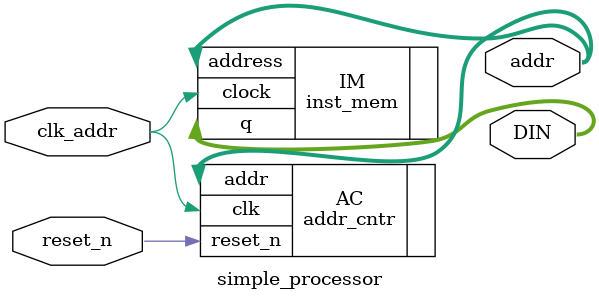
<source format=v>
module simple_processor
(
//	input clk_50MHz,
	input clk_addr,
//	input run,
	input reset_n,
	
	output [15: 0] DIN,
	output [4: 0] addr
	
//	output done
);

//	wire [15: 0] IR_out, R0_out, R1_out, R2_out, R3_out, R4_out, R5_out, R6_out, R7_out, G_out, A_out;
//	wire [15: 0] mux_out;
//	wire [15: 0] sum;
//	wire [3: 0] sel;
//	wire IR_in, G_in, A_in;
//	wire [7: 0] RX_in;
//	wire [4: 0] addr;
//	wire [15: 0] DIN;
	
	addr_cntr AC
	(
		.clk(clk_addr),
		.reset_n(reset_n),
		
		.addr(addr)
	);
	
	inst_mem IM
	(
		.clock(clk_addr),
		.address(addr),
		
		.q(DIN)
	);
	
	// Instruction register
//	regn #(.N(16)) IR
//	(
//		.clk(clk_50MHz),
//		.D(DIN),
//		.load(IR_in),
//		.clear(reset_n),
//		
//		.Q(IR_out)
//	);
//	
//	control_unit_fsm CUF
//	(
//		.clk(clk_50MHz),
//		.IR_out(IR_out),
//		.run(run),
//		.reset_n(reset_n),
//		
//		.add_sub_ctrl(add_sub_ctrl),
//		.sel(sel),
//		.IR_in(IR_in),
//		.G_in(G_in), 
//		.A_in(A_in),
//		.RX_in(RX_in),
//		.done(done)
//	);
//	
//	// 16-bit general purpose registers R0 - R7
//	regn #(.N(16)) R0
//	(
//		.clk(clk_50MHz),
//		.D(mux_out),
//		.load(RX_in[0]),
//		.clear(reset_n),
//		
//		.Q(R0_out)
//	);
//	
//	regn #(.N(16)) R1
//	(
//		.clk(clk_50MHz),
//		.D(mux_out),
//		.load(RX_in[1]),
//		.clear(reset_n),
//		
//		.Q(R1_out)
//	);
//	
//	regn #(.N(16)) R2
//	(
//		.clk(clk_50MHz),
//		.D(mux_out),
//		.load(RX_in[2]),
//		.clear(reset_n),
//		
//		.Q(R2_out)
//	);
//	
//	regn #(.N(16)) R3
//	(
//		.clk(clk_50MHz),
//		.D(mux_out),
//		.load(RX_in[3]),
//		.clear(reset_n),
//		
//		.Q(R3_out)
//	);
//	
//	regn #(.N(16)) R4
//	(
//		.clk(clk_50MHz),
//		.D(mux_out),
//		.load(RX_in[4]),
//		.clear(reset_n),
//		
//		.Q(R4_out)
//	);
//	
//	regn #(.N(16)) R5
//	(
//		.clk(clk_50MHz),
//		.D(mux_out),
//		.load(RX_in[5]),
//		.clear(reset_n),
//		
//		.Q(R5_out)
//	);
//	
//	regn #(.N(16)) R6
//	(
//		.clk(clk_50MHz),
//		.D(mux_out),
//		.load(RX_in[6]),
//		.clear(reset_n),
//		
//		.Q(R6_out)
//	);
//	
//	regn #(.N(16)) R7
//	(
//		.clk(clk_50MHz),
//		.D(mux_out),
//		.load(RX_in[7]),
//		.clear(reset_n),
//		
//		.Q(R7_out)
//	);
//	
//	// Output register
//	regn #(.N(16)) G
//	(
//		.clk(clk_50MHz),
//		.D(sum),
//		.load(G_in),
//		.clear(reset_n),
//		
//		.Q(G_out)
//	);
//
//	// Accumulator
//	regn #(.N(16)) A
//	(
//		.clk(clk_50MHz),
//		.D(mux_out),
//		.load(A_in),
//		.clear(reset_n),
//		
//		.Q(A_out)
//	);
//	
//	mux MX
//	(
//		.inp0(R0_out),
//		.inp1(R1_out),
//		.inp2(R2_out),
//		.inp3(R3_out),
//		.inp4(R4_out),
//		.inp5(R5_out),
//		.inp6(R6_out),
//		.inp7(R7_out),
//		.inp8(IR_out),
//		.inp9(G_out),
//		.sel(sel),
//		
//		.mux_out(mux_out)
//	);
//	
//	rca_nbit #(.n(16)) RCA
//	(
//		.x(A_out), 
//		.y(mux_out), 
//		.cin(add_sub_ctrl), 
//		.add_sub_control(add_sub_ctrl), 
//		
//		.sum(sum)
//	);
	
endmodule

</source>
